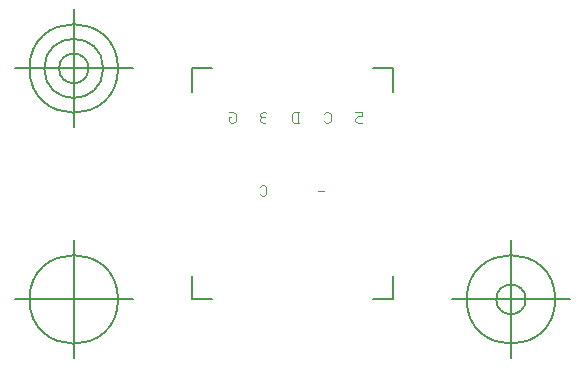
<source format=gbr>
G04 Generated by Ultiboard 11.0 *
%FSLAX25Y25*%
%MOIN*%

%ADD10C,0.00367*%
%ADD11C,0.00333*%
%ADD12C,0.00500*%


G04 ColorRGB FF14FF for the following layer *
%LNSilkscreen Bottom*%
%LPD*%
%FSLAX25Y25*%
%MOIN*%
G54D10*
X33522Y61607D02*
X35869Y61607D01*
X35869Y61607D02*
X35869Y60036D01*
X35869Y60036D02*
X34304Y60036D01*
X34304Y60036D02*
X33522Y59250D01*
X33522Y59250D02*
X33522Y58464D01*
X33522Y58464D02*
X34304Y57679D01*
X34304Y57679D02*
X35869Y57679D01*
X22962Y58464D02*
X23744Y57679D01*
X23744Y57679D02*
X24527Y57679D01*
X24527Y57679D02*
X25309Y58464D01*
X25309Y58464D02*
X25309Y60821D01*
X25309Y60821D02*
X24527Y61607D01*
X24527Y61607D02*
X23744Y61607D01*
X23744Y61607D02*
X22962Y60821D01*
X14749Y57679D02*
X13184Y57679D01*
X13184Y57679D02*
X12402Y58464D01*
X12402Y58464D02*
X12402Y60821D01*
X12402Y60821D02*
X13184Y61607D01*
X13184Y61607D02*
X14749Y61607D01*
X14358Y61607D02*
X14358Y57679D01*
X3798Y61214D02*
X3407Y61607D01*
X3407Y61607D02*
X2624Y61607D01*
X2624Y61607D02*
X1842Y60821D01*
X1842Y60821D02*
X1842Y60036D01*
X1842Y60036D02*
X2233Y59643D01*
X2233Y59643D02*
X1842Y59250D01*
X1842Y59250D02*
X1842Y58464D01*
X1842Y58464D02*
X2624Y57679D01*
X2624Y57679D02*
X3407Y57679D01*
X3407Y57679D02*
X3798Y58071D01*
X3407Y59643D02*
X2233Y59643D01*
X-7936Y59643D02*
X-8718Y59643D01*
X-8718Y59643D02*
X-8718Y58464D01*
X-8718Y58464D02*
X-7936Y57679D01*
X-7936Y57679D02*
X-7153Y57679D01*
X-7153Y57679D02*
X-6371Y58464D01*
X-6371Y58464D02*
X-6371Y60821D01*
X-6371Y60821D02*
X-7153Y61607D01*
X-7153Y61607D02*
X-8718Y61607D01*
G54D11*
X23044Y35000D02*
X20911Y35000D01*
X1711Y34286D02*
X2422Y33571D01*
X2422Y33571D02*
X3133Y33571D01*
X3133Y33571D02*
X3844Y34286D01*
X3844Y34286D02*
X3844Y36429D01*
X3844Y36429D02*
X3133Y37143D01*
X3133Y37143D02*
X2422Y37143D01*
X2422Y37143D02*
X1711Y36429D01*
G54D12*
X-21000Y-1000D02*
X-21000Y6700D01*
X-21000Y-1000D02*
X-14300Y-1000D01*
X46000Y-1000D02*
X39300Y-1000D01*
X46000Y-1000D02*
X46000Y6700D01*
X46000Y76000D02*
X46000Y68300D01*
X46000Y76000D02*
X39300Y76000D01*
X-21000Y76000D02*
X-14300Y76000D01*
X-21000Y76000D02*
X-21000Y68300D01*
X-40685Y-1000D02*
X-80055Y-1000D01*
X-60370Y-20685D02*
X-60370Y18685D01*
X-75134Y-1000D02*
G75*
D01*
G02X-75134Y-1000I14764J0*
G01*
X65685Y-1000D02*
X105055Y-1000D01*
X85370Y-20685D02*
X85370Y18685D01*
X70606Y-1000D02*
G75*
D01*
G02X70606Y-1000I14764J0*
G01*
X80449Y-1000D02*
G75*
D01*
G02X80449Y-1000I4921J0*
G01*
X-40685Y76000D02*
X-80055Y76000D01*
X-60370Y56315D02*
X-60370Y95685D01*
X-75134Y76000D02*
G75*
D01*
G02X-75134Y76000I14764J0*
G01*
X-70213Y76000D02*
G75*
D01*
G02X-70213Y76000I9843J0*
G01*
X-65291Y76000D02*
G75*
D01*
G02X-65291Y76000I4921J0*
G01*

M00*

</source>
